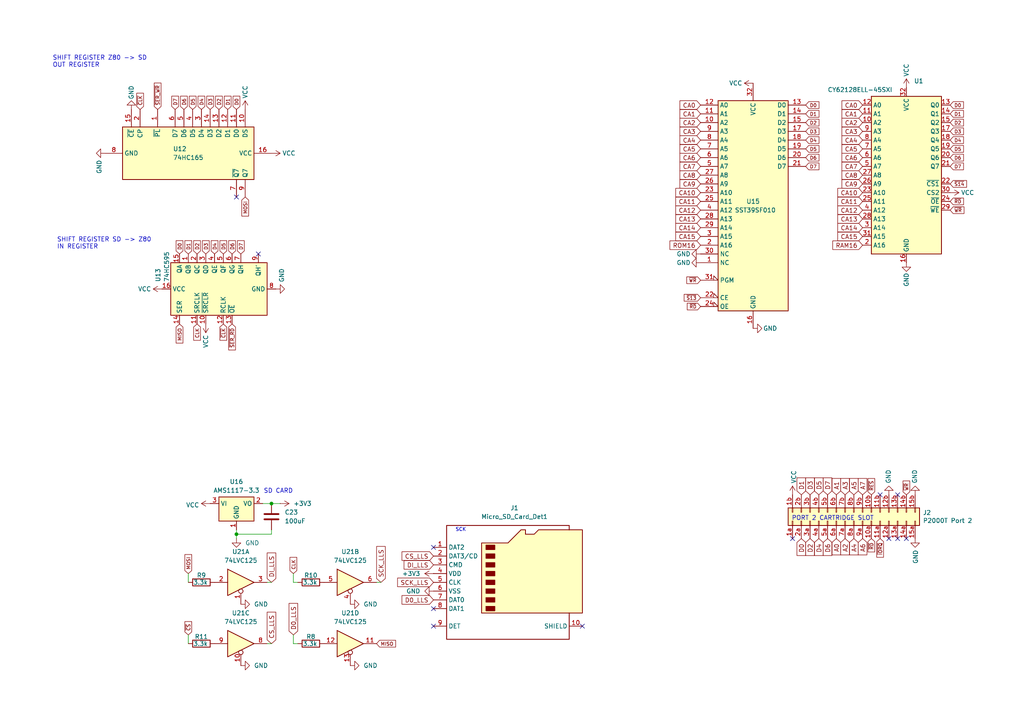
<source format=kicad_sch>
(kicad_sch (version 20250114) (generator "eeschema") (generator_version "9.0")
  (paper "A4")
  (lib_symbols
    (symbol "74xx:74LS165"
      (property "Reference" "U" (at -7.62 19.05 0))
      (property "Value" "74LS165" (at -7.62 -21.59 0))
      (symbol "74LS165_1_0"
        (pin input line (at -12.7 15.24 0) (length 5.08) (name "DS") (number "10"))
        (pin input line (at -12.7 12.7 0) (length 5.08) (name "D0") (number "11"))
        (pin input line (at -12.7 10.16 0) (length 5.08) (name "D1") (number "12"))
        (pin input line (at -12.7 7.62 0) (length 5.08) (name "D2") (number "13"))
        (pin input line (at -12.7 5.08 0) (length 5.08) (name "D3") (number "14"))
        (pin input line (at -12.7 2.54 0) (length 5.08) (name "D4") (number "3"))
        (pin input line (at -12.7 0 0) (length 5.08) (name "D5") (number "4"))
        (pin input line (at -12.7 -2.54 0) (length 5.08) (name "D6") (number "5"))
        (pin input line (at -12.7 -5.08 0) (length 5.08) (name "D7") (number "6"))
        (pin input line (at -12.7 -10.16 0) (length 5.08) (name "~{PL}") (number "1"))
        (pin input line (at -12.7 -15.24 0) (length 5.08) (name "CP") (number "2"))
        (pin input line (at -12.7 -17.78 0) (length 5.08) (name "~{CE}") (number "15"))
        (pin power_in line (at 0 22.86 270) (length 5.08) (name "VCC") (number "16"))
        (pin power_in line (at 0 -25.4 90) (length 5.08) (name "GND") (number "8"))
        (pin output line (at 12.7 15.24 180) (length 5.08) (name "Q7") (number "9"))
        (pin output line (at 12.7 12.7 180) (length 5.08) (name "~{Q7}") (number "7"))
      )
      (symbol "74LS165_1_1"
        (rectangle (start -7.62 17.78) (end 7.62 -20.32) (stroke (width 0.254)) (fill (type background)))
      )
    )
    (symbol "74xx:74LS595"
      (property "Reference" "U" (at -7.62 13.97 0))
      (property "Value" "74LS595" (at -7.62 -16.51 0))
      (symbol "74LS595_1_0"
        (pin input line (at -10.16 10.16 0) (length 2.54) (name "SER") (number "14"))
        (pin input line (at -10.16 5.08 0) (length 2.54) (name "SRCLK") (number "11"))
        (pin input line (at -10.16 2.54 0) (length 2.54) (name "~{SRCLR}") (number "10"))
        (pin input line (at -10.16 -2.54 0) (length 2.54) (name "RCLK") (number "12"))
        (pin input line (at -10.16 -5.08 0) (length 2.54) (name "~{OE}") (number "13"))
        (pin power_in line (at 0 15.24 270) (length 2.54) (name "VCC") (number "16"))
        (pin power_in line (at 0 -17.78 90) (length 2.54) (name "GND") (number "8"))
        (pin tri_state line (at 10.16 10.16 180) (length 2.54) (name "QA") (number "15"))
        (pin tri_state line (at 10.16 7.62 180) (length 2.54) (name "QB") (number "1"))
        (pin tri_state line (at 10.16 5.08 180) (length 2.54) (name "QC") (number "2"))
        (pin tri_state line (at 10.16 2.54 180) (length 2.54) (name "QD") (number "3"))
        (pin tri_state line (at 10.16 0 180) (length 2.54) (name "QE") (number "4"))
        (pin tri_state line (at 10.16 -2.54 180) (length 2.54) (name "QF") (number "5"))
        (pin tri_state line (at 10.16 -5.08 180) (length 2.54) (name "QG") (number "6"))
        (pin tri_state line (at 10.16 -7.62 180) (length 2.54) (name "QH") (number "7"))
        (pin output line (at 10.16 -12.7 180) (length 2.54) (name "QH'") (number "9"))
      )
      (symbol "74LS595_1_1"
        (rectangle (start -7.62 12.7) (end 7.62 -15.24) (stroke (width 0.254)) (fill (type background)))
      )
    )
    (symbol "74xx:74LVC125" (pin_names (offset 1.016))
      (property "Reference" "U" (at 0 1.27 0))
      (property "Value" "74LVC125" (at 0 -1.27 0))
      (symbol "74LVC125_1_0"
        (polyline (pts (xy -3.81 3.81) (xy -3.81 -3.81) (xy 3.81 0) (xy -3.81 3.81)) (stroke (width 0.254)) (fill (type background)))
        (pin input line (at -7.62 0 0) (length 3.81) (name "~") (number "2"))
        (pin input inverted (at 0 -6.35 90) (length 4.445) (name "~") (number "1"))
        (pin tri_state line (at 7.62 0 180) (length 3.81) (name "~") (number "3"))
      )
      (symbol "74LVC125_2_0"
        (polyline (pts (xy -3.81 3.81) (xy -3.81 -3.81) (xy 3.81 0) (xy -3.81 3.81)) (stroke (width 0.254)) (fill (type background)))
        (pin input line (at -7.62 0 0) (length 3.81) (name "~") (number "5"))
        (pin input inverted (at 0 -6.35 90) (length 4.445) (name "~") (number "4"))
        (pin tri_state line (at 7.62 0 180) (length 3.81) (name "~") (number "6"))
      )
      (symbol "74LVC125_3_0"
        (polyline (pts (xy -3.81 3.81) (xy -3.81 -3.81) (xy 3.81 0) (xy -3.81 3.81)) (stroke (width 0.254)) (fill (type background)))
        (pin input line (at -7.62 0 0) (length 3.81) (name "~") (number "9"))
        (pin input inverted (at 0 -6.35 90) (length 4.445) (name "~") (number "10"))
        (pin tri_state line (at 7.62 0 180) (length 3.81) (name "~") (number "8"))
      )
      (symbol "74LVC125_4_0"
        (polyline (pts (xy -3.81 3.81) (xy -3.81 -3.81) (xy 3.81 0) (xy -3.81 3.81)) (stroke (width 0.254)) (fill (type background)))
        (pin input line (at -7.62 0 0) (length 3.81) (name "~") (number "12"))
        (pin input inverted (at 0 -6.35 90) (length 4.445) (name "~") (number "13"))
        (pin tri_state line (at 7.62 0 180) (length 3.81) (name "~") (number "11"))
      )
      (symbol "74LVC125_5_0"
        (pin power_in line (at 0 12.7 270) (length 5.08) (name "VCC") (number "14"))
        (pin power_in line (at 0 -12.7 90) (length 5.08) (name "GND") (number "7"))
      )
      (symbol "74LVC125_5_1"
        (rectangle (start -5.08 7.62) (end 5.08 -7.62) (stroke (width 0.254)) (fill (type background)))
      )
    )
    (symbol "Connector:Micro_SD_Card_Det1"
      (property "Reference" "J" (at -16.51 17.78 0))
      (property "Value" "Micro_SD_Card_Det1" (at 16.51 17.78 0))
      (symbol "Micro_SD_Card_Det1_0_1"
        (polyline (pts (xy -8.89 -8.89) (xy -8.89 11.43) (xy -1.27 11.43) (xy 2.54 15.24) (xy 3.81 15.24) (xy 3.81 13.97) (xy 6.35 13.97) (xy 7.62 15.24) (xy 20.32 15.24) (xy 20.32 -8.89) (xy -8.89 -8.89)) (stroke (width 0.254)) (fill (type background)))
        (rectangle (start -7.62 10.795) (end -5.08 9.525) (stroke (width 0.254)) (fill (type outline)))
        (rectangle (start -7.62 8.255) (end -5.08 6.985) (stroke (width 0.254)) (fill (type outline)))
        (rectangle (start -7.62 5.715) (end -5.08 4.445) (stroke (width 0.254)) (fill (type outline)))
        (rectangle (start -7.62 3.175) (end -5.08 1.905) (stroke (width 0.254)) (fill (type outline)))
        (rectangle (start -7.62 0.635) (end -5.08 -0.635) (stroke (width 0.254)) (fill (type outline)))
        (rectangle (start -7.62 -1.905) (end -5.08 -3.175) (stroke (width 0.254)) (fill (type outline)))
        (rectangle (start -7.62 -4.445) (end -5.08 -5.715) (stroke (width 0.254)) (fill (type outline)))
        (rectangle (start -7.62 -6.985) (end -5.08 -8.255) (stroke (width 0.254)) (fill (type outline)))
        (polyline (pts (xy 16.51 15.24) (xy 16.51 16.51) (xy -19.05 16.51) (xy -19.05 -16.51) (xy 16.51 -16.51) (xy 16.51 -8.89)) (stroke (width 0.254)))
      )
      (symbol "Micro_SD_Card_Det1_1_1"
        (pin bidirectional line (at -22.86 10.16 0) (length 3.81) (name "DAT2") (number "1"))
        (pin bidirectional line (at -22.86 7.62 0) (length 3.81) (name "DAT3/CD") (number "2"))
        (pin input line (at -22.86 5.08 0) (length 3.81) (name "CMD") (number "3"))
        (pin power_in line (at -22.86 2.54 0) (length 3.81) (name "VDD") (number "4"))
        (pin input line (at -22.86 0 0) (length 3.81) (name "CLK") (number "5"))
        (pin power_in line (at -22.86 -2.54 0) (length 3.81) (name "VSS") (number "6"))
        (pin bidirectional line (at -22.86 -5.08 0) (length 3.81) (name "DAT0") (number "7"))
        (pin bidirectional line (at -22.86 -7.62 0) (length 3.81) (name "DAT1") (number "8"))
        (pin passive line (at -22.86 -12.7 0) (length 3.81) (name "DET") (number "9"))
        (pin passive line (at 20.32 -12.7 180) (length 3.81) (name "SHIELD") (number "10"))
      )
    )
    (symbol "Connector_Generic:Conn_02x15_Row_Letter_Last" (pin_names (offset 1.016) (hide yes))
      (property "Reference" "J" (at 1.27 20.32 0))
      (property "Value" "Conn_02x15_Row_Letter_Last" (at 1.27 -20.32 0))
      (symbol "Conn_02x15_Row_Letter_Last_1_1"
        (rectangle (start -1.27 19.05) (end 3.81 -19.05) (stroke (width 0.254)) (fill (type background)))
        (rectangle (start -1.27 17.907) (end 0 17.653) (stroke (width 0.1524)))
        (rectangle (start -1.27 15.367) (end 0 15.113) (stroke (width 0.1524)))
        (rectangle (start -1.27 12.827) (end 0 12.573) (stroke (width 0.1524)))
        (rectangle (start -1.27 10.287) (end 0 10.033) (stroke (width 0.1524)))
        (rectangle (start -1.27 7.747) (end 0 7.493) (stroke (width 0.1524)))
        (rectangle (start -1.27 5.207) (end 0 4.953) (stroke (width 0.1524)))
        (rectangle (start -1.27 2.667) (end 0 2.413) (stroke (width 0.1524)))
        (rectangle (start -1.27 0.127) (end 0 -0.127) (stroke (width 0.1524)))
        (rectangle (start -1.27 -2.413) (end 0 -2.667) (stroke (width 0.1524)))
        (rectangle (start -1.27 -4.953) (end 0 -5.207) (stroke (width 0.1524)))
        (rectangle (start -1.27 -7.493) (end 0 -7.747) (stroke (width 0.1524)))
        (rectangle (start -1.27 -10.033) (end 0 -10.287) (stroke (width 0.1524)))
        (rectangle (start -1.27 -12.573) (end 0 -12.827) (stroke (width 0.1524)))
        (rectangle (start -1.27 -15.113) (end 0 -15.367) (stroke (width 0.1524)))
        (rectangle (start -1.27 -17.653) (end 0 -17.907) (stroke (width 0.1524)))
        (rectangle (start 3.81 17.907) (end 2.54 17.653) (stroke (width 0.1524)))
        (rectangle (start 3.81 15.367) (end 2.54 15.113) (stroke (width 0.1524)))
        (rectangle (start 3.81 12.827) (end 2.54 12.573) (stroke (width 0.1524)))
        (rectangle (start 3.81 10.287) (end 2.54 10.033) (stroke (width 0.1524)))
        (rectangle (start 3.81 7.747) (end 2.54 7.493) (stroke (width 0.1524)))
        (rectangle (start 3.81 5.207) (end 2.54 4.953) (stroke (width 0.1524)))
        (rectangle (start 3.81 2.667) (end 2.54 2.413) (stroke (width 0.1524)))
        (rectangle (start 3.81 0.127) (end 2.54 -0.127) (stroke (width 0.1524)))
        (rectangle (start 3.81 -2.413) (end 2.54 -2.667) (stroke (width 0.1524)))
        (rectangle (start 3.81 -4.953) (end 2.54 -5.207) (stroke (width 0.1524)))
        (rectangle (start 3.81 -7.493) (end 2.54 -7.747) (stroke (width 0.1524)))
        (rectangle (start 3.81 -10.033) (end 2.54 -10.287) (stroke (width 0.1524)))
        (rectangle (start 3.81 -12.573) (end 2.54 -12.827) (stroke (width 0.1524)))
        (rectangle (start 3.81 -15.113) (end 2.54 -15.367) (stroke (width 0.1524)))
        (rectangle (start 3.81 -17.653) (end 2.54 -17.907) (stroke (width 0.1524)))
        (pin passive line (at -5.08 17.78 0) (length 3.81) (name "Pin_1a") (number "1a"))
        (pin passive line (at -5.08 15.24 0) (length 3.81) (name "Pin_2a") (number "2a"))
        (pin passive line (at -5.08 12.7 0) (length 3.81) (name "Pin_3a") (number "3a"))
        (pin passive line (at -5.08 10.16 0) (length 3.81) (name "Pin_4a") (number "4a"))
        (pin passive line (at -5.08 7.62 0) (length 3.81) (name "Pin_5a") (number "5a"))
        (pin passive line (at -5.08 5.08 0) (length 3.81) (name "Pin_6a") (number "6a"))
        (pin passive line (at -5.08 2.54 0) (length 3.81) (name "Pin_7a") (number "7a"))
        (pin passive line (at -5.08 0 0) (length 3.81) (name "Pin_8a") (number "8a"))
        (pin passive line (at -5.08 -2.54 0) (length 3.81) (name "Pin_9a") (number "9a"))
        (pin passive line (at -5.08 -5.08 0) (length 3.81) (name "Pin_10a") (number "10a"))
        (pin passive line (at -5.08 -7.62 0) (length 3.81) (name "Pin_11a") (number "11a"))
        (pin passive line (at -5.08 -10.16 0) (length 3.81) (name "Pin_12a") (number "12a"))
        (pin passive line (at -5.08 -12.7 0) (length 3.81) (name "Pin_13a") (number "13a"))
        (pin passive line (at -5.08 -15.24 0) (length 3.81) (name "Pin_14a") (number "14a"))
        (pin passive line (at -5.08 -17.78 0) (length 3.81) (name "Pin_15a") (number "15a"))
        (pin passive line (at 7.62 17.78 180) (length 3.81) (name "Pin_1b") (number "1b"))
        (pin passive line (at 7.62 15.24 180) (length 3.81) (name "Pin_2b") (number "2b"))
        (pin passive line (at 7.62 12.7 180) (length 3.81) (name "Pin_3b") (number "3b"))
        (pin passive line (at 7.62 10.16 180) (length 3.81) (name "Pin_4b") (number "4b"))
        (pin passive line (at 7.62 7.62 180) (length 3.81) (name "Pin_5b") (number "5b"))
        (pin passive line (at 7.62 5.08 180) (length 3.81) (name "Pin_6b") (number "6b"))
        (pin passive line (at 7.62 2.54 180) (length 3.81) (name "Pin_7b") (number "7b"))
        (pin passive line (at 7.62 0 180) (length 3.81) (name "Pin_8b") (number "8b"))
        (pin passive line (at 7.62 -2.54 180) (length 3.81) (name "Pin_9b") (number "9b"))
        (pin passive line (at 7.62 -5.08 180) (length 3.81) (name "Pin_10b") (number "10b"))
        (pin passive line (at 7.62 -7.62 180) (length 3.81) (name "Pin_11b") (number "11b"))
        (pin passive line (at 7.62 -10.16 180) (length 3.81) (name "Pin_12b") (number "12b"))
        (pin passive line (at 7.62 -12.7 180) (length 3.81) (name "Pin_13b") (number "13b"))
        (pin passive line (at 7.62 -15.24 180) (length 3.81) (name "Pin_14b") (number "14b"))
        (pin passive line (at 7.62 -17.78 180) (length 3.81) (name "Pin_15b") (number "15b"))
      )
    )
    (symbol "Device:C" (pin_numbers (hide yes)) (pin_names (offset 0.254))
      (property "Reference" "C" (at 0.635 2.54 0))
      (property "Value" "C" (at 0.635 -2.54 0))
      (symbol "C_0_1"
        (polyline (pts (xy -2.032 0.762) (xy 2.032 0.762)) (stroke (width 0.508)))
        (polyline (pts (xy -2.032 -0.762) (xy 2.032 -0.762)) (stroke (width 0.508)))
      )
      (symbol "C_1_1"
        (pin passive line (at 0 3.81 270) (length 2.794) (name "~") (number "1"))
        (pin passive line (at 0 -3.81 90) (length 2.794) (name "~") (number "2"))
      )
    )
    (symbol "Device:R" (pin_numbers (hide yes)) (pin_names (offset 0))
      (property "Reference" "R" (at 2.032 0 90))
      (property "Value" "R" (at 0 0 90))
      (symbol "R_0_1"
        (rectangle (start -1.016 -2.54) (end 1.016 2.54) (stroke (width 0.254)))
      )
      (symbol "R_1_1"
        (pin passive line (at 0 3.81 270) (length 1.27) (name "~") (number "1"))
        (pin passive line (at 0 -3.81 90) (length 1.27) (name "~") (number "2"))
      )
    )
    (symbol "Memory_Flash:SST39SF010"
      (property "Reference" "U" (at 2.54 33.02 0))
      (property "Value" "SST39SF010" (at 0 -30.48 0))
      (symbol "SST39SF010_0_0"
        (pin power_in line (at 0 36.83 270) (length 5.08) (name "VCC") (number "32"))
        (pin power_in line (at 0 -34.29 90) (length 5.08) (name "GND") (number "16"))
      )
      (symbol "SST39SF010_0_1"
        (rectangle (start -10.16 31.75) (end 10.16 -29.21) (stroke (width 0.254)) (fill (type background)))
      )
      (symbol "SST39SF010_1_1"
        (pin input line (at -15.24 30.48 0) (length 5.08) (name "A0") (number "12"))
        (pin input line (at -15.24 27.94 0) (length 5.08) (name "A1") (number "11"))
        (pin input line (at -15.24 25.4 0) (length 5.08) (name "A2") (number "10"))
        (pin input line (at -15.24 22.86 0) (length 5.08) (name "A3") (number "9"))
        (pin input line (at -15.24 20.32 0) (length 5.08) (name "A4") (number "8"))
        (pin input line (at -15.24 17.78 0) (length 5.08) (name "A5") (number "7"))
        (pin input line (at -15.24 15.24 0) (length 5.08) (name "A6") (number "6"))
        (pin input line (at -15.24 12.7 0) (length 5.08) (name "A7") (number "5"))
        (pin input line (at -15.24 10.16 0) (length 5.08) (name "A8") (number "27"))
        (pin input line (at -15.24 7.62 0) (length 5.08) (name "A9") (number "26"))
        (pin input line (at -15.24 5.08 0) (length 5.08) (name "A10") (number "23"))
        (pin input line (at -15.24 2.54 0) (length 5.08) (name "A11") (number "25"))
        (pin input line (at -15.24 0 0) (length 5.08) (name "A12") (number "4"))
        (pin input line (at -15.24 -2.54 0) (length 5.08) (name "A13") (number "28"))
        (pin input line (at -15.24 -5.08 0) (length 5.08) (name "A14") (number "29"))
        (pin input line (at -15.24 -7.62 0) (length 5.08) (name "A15") (number "3"))
        (pin input line (at -15.24 -10.16 0) (length 5.08) (name "A16") (number "2"))
        (pin input line (at -15.24 -12.7 0) (length 5.08) (name "NC") (number "30"))
        (pin input line (at -15.24 -15.24 0) (length 5.08) (name "NC") (number "1"))
        (pin input input_low (at -15.24 -20.32 0) (length 5.08) (name "PGM") (number "31"))
        (pin input input_low (at -15.24 -25.4 0) (length 5.08) (name "CE") (number "22"))
        (pin input input_low (at -15.24 -27.94 0) (length 5.08) (name "OE") (number "24"))
        (pin tri_state line (at 15.24 30.48 180) (length 5.08) (name "D0") (number "13"))
        (pin tri_state line (at 15.24 27.94 180) (length 5.08) (name "D1") (number "14"))
        (pin tri_state line (at 15.24 25.4 180) (length 5.08) (name "D2") (number "15"))
        (pin tri_state line (at 15.24 22.86 180) (length 5.08) (name "D3") (number "17"))
        (pin tri_state line (at 15.24 20.32 180) (length 5.08) (name "D4") (number "18"))
        (pin tri_state line (at 15.24 17.78 180) (length 5.08) (name "D5") (number "19"))
        (pin tri_state line (at 15.24 15.24 180) (length 5.08) (name "D6") (number "20"))
        (pin tri_state line (at 15.24 12.7 180) (length 5.08) (name "D7") (number "21"))
      )
    )
    (symbol "Memory_RAM:628128_DIP32_SSOP32"
      (property "Reference" "U" (at -10.16 23.495 0))
      (property "Value" "628128_DIP32_SSOP32" (at 2.54 23.495 0))
      (symbol "628128_DIP32_SSOP32_0_0"
        (pin power_in line (at 0 25.4 270) (length 2.54) (name "VCC") (number "32"))
        (pin power_in line (at 0 -25.4 90) (length 2.54) (name "GND") (number "16"))
      )
      (symbol "628128_DIP32_SSOP32_0_1"
        (rectangle (start -10.16 22.86) (end 10.16 -22.86) (stroke (width 0.254)) (fill (type background)))
      )
      (symbol "628128_DIP32_SSOP32_1_1"
        (pin input line (at -12.7 20.32 0) (length 2.54) (name "A0") (number "12"))
        (pin input line (at -12.7 17.78 0) (length 2.54) (name "A1") (number "11"))
        (pin input line (at -12.7 15.24 0) (length 2.54) (name "A2") (number "10"))
        (pin input line (at -12.7 12.7 0) (length 2.54) (name "A3") (number "9"))
        (pin input line (at -12.7 10.16 0) (length 2.54) (name "A4") (number "8"))
        (pin input line (at -12.7 7.62 0) (length 2.54) (name "A5") (number "7"))
        (pin input line (at -12.7 5.08 0) (length 2.54) (name "A6") (number "6"))
        (pin input line (at -12.7 2.54 0) (length 2.54) (name "A7") (number "5"))
        (pin input line (at -12.7 0 0) (length 2.54) (name "A8") (number "27"))
        (pin input line (at -12.7 -2.54 0) (length 2.54) (name "A9") (number "26"))
        (pin input line (at -12.7 -5.08 0) (length 2.54) (name "A10") (number "23"))
        (pin input line (at -12.7 -7.62 0) (length 2.54) (name "A11") (number "25"))
        (pin input line (at -12.7 -10.16 0) (length 2.54) (name "A12") (number "4"))
        (pin input line (at -12.7 -12.7 0) (length 2.54) (name "A13") (number "28"))
        (pin input line (at -12.7 -15.24 0) (length 2.54) (name "A14") (number "3"))
        (pin input line (at -12.7 -17.78 0) (length 2.54) (name "A15") (number "31"))
        (pin input line (at -12.7 -20.32 0) (length 2.54) (name "A16") (number "2"))
        (pin no_connect line (at 10.16 -20.32 180) (length 2.54) (hide yes) (name "NC") (number "1"))
        (pin tri_state line (at 12.7 20.32 180) (length 2.54) (name "Q0") (number "13"))
        (pin tri_state line (at 12.7 17.78 180) (length 2.54) (name "Q1") (number "14"))
        (pin tri_state line (at 12.7 15.24 180) (length 2.54) (name "Q2") (number "15"))
        (pin tri_state line (at 12.7 12.7 180) (length 2.54) (name "Q3") (number "17"))
        (pin tri_state line (at 12.7 10.16 180) (length 2.54) (name "Q4") (number "18"))
        (pin tri_state line (at 12.7 7.62 180) (length 2.54) (name "Q5") (number "19"))
        (pin tri_state line (at 12.7 5.08 180) (length 2.54) (name "Q6") (number "20"))
        (pin tri_state line (at 12.7 2.54 180) (length 2.54) (name "Q7") (number "21"))
        (pin input line (at 12.7 -2.54 180) (length 2.54) (name "~{CS1}") (number "22"))
        (pin input line (at 12.7 -5.08 180) (length 2.54) (name "CS2") (number "30"))
        (pin input line (at 12.7 -7.62 180) (length 2.54) (name "~{OE}") (number "24"))
        (pin input line (at 12.7 -10.16 180) (length 2.54) (name "~{WE}") (number "29"))
      )
    )
    (symbol "Regulator_Linear:AMS1117-3.3"
      (property "Reference" "U" (at -3.81 3.175 0))
      (property "Value" "AMS1117-3.3" (at 0 3.175 0))
      (symbol "AMS1117-3.3_0_1"
        (rectangle (start -5.08 -5.08) (end 5.08 1.905) (stroke (width 0.254)) (fill (type background)))
      )
      (symbol "AMS1117-3.3_1_1"
        (pin power_in line (at -7.62 0 0) (length 2.54) (name "VI") (number "3"))
        (pin power_in line (at 0 -7.62 90) (length 2.54) (name "GND") (number "1"))
        (pin power_out line (at 7.62 0 180) (length 2.54) (name "VO") (number "2"))
      )
    )
    (symbol "power:+3V3" (power) (pin_numbers (hide yes)) (pin_names (offset 0) (hide yes))
      (property "Value" "+3V3" (at 0 3.556 0))
      (symbol "+3V3_0_1"
        (polyline (pts (xy -0.762 1.27) (xy 0 2.54)))
        (polyline (pts (xy 0 2.54) (xy 0.762 1.27)))
        (polyline (pts (xy 0 0) (xy 0 2.54)))
      )
      (symbol "+3V3_1_1"
        (pin power_in line (at 0 0 90) (length 0) (name "~") (number "1"))
      )
    )
    (symbol "power:GND" (power) (pin_names (offset 0))
      (property "Value" "GND" (at 0 -3.81 0))
      (symbol "GND_0_1"
        (polyline (pts (xy 0 0) (xy 0 -1.27) (xy 1.27 -1.27) (xy 0 -2.54) (xy -1.27 -1.27) (xy 0 -1.27)))
      )
      (symbol "GND_1_1"
        (pin power_in line (at 0 0 270) (length 0) (hide yes) (name "GND") (number "1"))
      )
    )
    (symbol "power:VCC" (power) (pin_names (offset 0))
      (property "Value" "VCC" (at 0 3.81 0))
      (symbol "VCC_0_1"
        (polyline (pts (xy -0.762 1.27) (xy 0 2.54)))
        (polyline (pts (xy 0 2.54) (xy 0.762 1.27)))
        (polyline (pts (xy 0 0) (xy 0 2.54)))
      )
      (symbol "VCC_1_1"
        (pin power_in line (at 0 0 90) (length 0) (hide yes) (name "VCC") (number "1"))
      )
    )
  )
  (text "SHIFT REGISTER Z80 -> SD\nOUT REGISTER" (at 15.24 19.685 0) (effects (font (size 1.27 1.27)) (justify left bottom)))
  (text "PORT 2 CARTRIDGE SLOT" (at 229.616 151.13 0) (effects (font (size 1.27 1.27)) (justify left bottom)))
  (text "SCK" (at 132.08 154.305 0) (effects (font (size 1 1)) (justify left bottom)))
  (text "SHIFT REGISTER SD -> Z80\nIN REGISTER" (at 16.51 72.39 0) (effects (font (size 1.27 1.27)) (justify left bottom)))
  (text "SD CARD" (at 76.454 143.256 0) (effects (font (size 1.27 1.27)) (justify left bottom)))
  (junction (at 78.74 146.05))
  (junction (at 68.58 154.94))
  (no_connect (at 262.89 156.21))
  (no_connect (at 255.27 143.51))
  (no_connect (at 168.91 181.61))
  (no_connect (at 260.35 143.51))
  (no_connect (at 74.93 73.66))
  (no_connect (at 68.58 57.15))
  (no_connect (at 229.87 156.21))
  (no_connect (at 260.35 156.21))
  (no_connect (at 125.73 158.75))
  (no_connect (at 125.73 181.61))
  (no_connect (at 125.73 176.53))
  (no_connect (at 257.81 156.21))
  (wire (pts (xy 78.74 186.69) (xy 77.47 186.69)))
  (wire (pts (xy 78.74 168.91) (xy 77.47 168.91)))
  (wire (pts (xy 78.74 154.94) (xy 78.74 153.67)))
  (wire (pts (xy 85.09 186.69) (xy 86.36 186.69)))
  (wire (pts (xy 68.58 154.94) (xy 68.58 156.21)))
  (wire (pts (xy 85.09 168.91) (xy 86.36 168.91)))
  (wire (pts (xy 54.61 166.37) (xy 54.61 168.91)))
  (wire (pts (xy 54.61 184.15) (xy 54.61 186.69)))
  (wire (pts (xy 76.2 146.05) (xy 78.74 146.05)))
  (wire (pts (xy 85.09 186.69) (xy 85.09 184.15)))
  (wire (pts (xy 68.58 153.67) (xy 68.58 154.94)))
  (wire (pts (xy 110.49 168.91) (xy 109.22 168.91)))
  (wire (pts (xy 85.09 168.91) (xy 85.09 166.37)))
  (wire (pts (xy 78.74 146.05) (xy 81.28 146.05)))
  (wire (pts (xy 68.58 154.94) (xy 78.74 154.94)))
  (global_label "D1" (shape input) (at 54.61 73.66 90) (effects (font (size 1 1))) (property "Intersheetrefs" "${INTERSHEET_REFS}" (effects (hide yes))))
  (global_label "ROM16" (shape input) (at 203.2 71.12 180) (property "Intersheetrefs" "${INTERSHEET_REFS}" (effects (hide yes))))
  (global_label "CA1" (shape input) (at 203.2 33.02 180) (property "Intersheetrefs" "${INTERSHEET_REFS}" (effects (hide yes))))
  (global_label "CA8" (shape input) (at 203.2 50.8 180) (property "Intersheetrefs" "${INTERSHEET_REFS}" (effects (hide yes))))
  (global_label "~{SER_RD}" (shape input) (at 67.31 93.98 270) (effects (font (size 1 1))) (property "Intersheetrefs" "${INTERSHEET_REFS}" (effects (hide yes))))
  (global_label "~{CLK}" (shape input) (at 40.64 31.75 90) (effects (font (size 1 1))) (property "Intersheetrefs" "${INTERSHEET_REFS}" (effects (hide yes))))
  (global_label "CA14" (shape input) (at 203.2 66.04 180) (property "Intersheetrefs" "${INTERSHEET_REFS}" (effects (hide yes))))
  (global_label "CA9" (shape input) (at 203.2 53.34 180) (property "Intersheetrefs" "${INTERSHEET_REFS}" (effects (hide yes))))
  (global_label "D6" (shape input) (at 233.68 45.72 0) (effects (font (size 1 1))) (property "Intersheetrefs" "${INTERSHEET_REFS}" (effects (hide yes))))
  (global_label "CA14" (shape input) (at 250.19 66.04 180) (property "Intersheetrefs" "${INTERSHEET_REFS}" (effects (hide yes))))
  (global_label "CA7" (shape input) (at 203.2 48.26 180) (property "Intersheetrefs" "${INTERSHEET_REFS}" (effects (hide yes))))
  (global_label "MOSI" (shape input) (at 71.12 57.15 270) (effects (font (size 1 1))) (property "Intersheetrefs" "${INTERSHEET_REFS}" (effects (hide yes))))
  (global_label "D0_LLS" (shape input) (at 85.09 184.15 90) (property "Intersheetrefs" "${INTERSHEET_REFS}" (effects (hide yes))))
  (global_label "CA9" (shape input) (at 250.19 53.34 180) (property "Intersheetrefs" "${INTERSHEET_REFS}" (effects (hide yes))))
  (global_label "CA3" (shape input) (at 203.2 38.1 180) (property "Intersheetrefs" "${INTERSHEET_REFS}" (effects (hide yes))))
  (global_label "CA7" (shape input) (at 250.19 48.26 180) (property "Intersheetrefs" "${INTERSHEET_REFS}" (effects (hide yes))))
  (global_label "CA6" (shape input) (at 250.19 45.72 180) (property "Intersheetrefs" "${INTERSHEET_REFS}" (effects (hide yes))))
  (global_label "CA4" (shape input) (at 203.2 40.64 180) (property "Intersheetrefs" "${INTERSHEET_REFS}" (effects (hide yes))))
  (global_label "D3" (shape input) (at 233.68 38.1 0) (effects (font (size 1 1))) (property "Intersheetrefs" "${INTERSHEET_REFS}" (effects (hide yes))))
  (global_label "D7" (shape input) (at 233.68 48.26 0) (effects (font (size 1 1))) (property "Intersheetrefs" "${INTERSHEET_REFS}" (effects (hide yes))))
  (global_label "~{RD}" (shape input) (at 203.2 88.9 180) (effects (font (size 0.9906 0.9906))) (property "Intersheetrefs" "${INTERSHEET_REFS}" (effects (hide yes))))
  (global_label "~{CS}" (shape input) (at 54.61 184.15 90) (effects (font (size 1 1))) (property "Intersheetrefs" "${INTERSHEET_REFS}" (effects (hide yes))))
  (global_label "D0" (shape input) (at 275.59 30.48 0) (effects (font (size 1 1))) (property "Intersheetrefs" "${INTERSHEET_REFS}" (effects (hide yes))))
  (global_label "~{S14}" (shape input) (at 275.59 53.34 0) (effects (font (size 1 1))) (property "Intersheetrefs" "${INTERSHEET_REFS}" (effects (hide yes))))
  (global_label "MOSI" (shape input) (at 54.61 166.37 90) (effects (font (size 1 1))) (property "Intersheetrefs" "${INTERSHEET_REFS}" (effects (hide yes))))
  (global_label "D4" (shape input) (at 233.68 40.64 0) (effects (font (size 1 1))) (property "Intersheetrefs" "${INTERSHEET_REFS}" (effects (hide yes))))
  (global_label "D4" (shape input) (at 275.59 40.64 0) (effects (font (size 1 1))) (property "Intersheetrefs" "${INTERSHEET_REFS}" (effects (hide yes))))
  (global_label "RAM16" (shape input) (at 250.19 71.12 180) (property "Intersheetrefs" "${INTERSHEET_REFS}" (effects (hide yes))))
  (global_label "D7" (shape input) (at 275.59 48.26 0) (effects (font (size 1 1))) (property "Intersheetrefs" "${INTERSHEET_REFS}" (effects (hide yes))))
  (global_label "MISO" (shape input) (at 52.07 93.98 270) (effects (font (size 1 1))) (property "Intersheetrefs" "${INTERSHEET_REFS}" (effects (hide yes))))
  (global_label "A3" (shape input) (at 245.11 143.51 90) (property "Intersheetrefs" "${INTERSHEET_REFS}" (effects (hide yes))))
  (global_label "D7" (shape input) (at 240.03 143.51 90) (property "Intersheetrefs" "${INTERSHEET_REFS}" (effects (hide yes))))
  (global_label "CA6" (shape input) (at 203.2 45.72 180) (property "Intersheetrefs" "${INTERSHEET_REFS}" (effects (hide yes))))
  (global_label "SCK_LLS" (shape input) (at 110.49 168.91 90) (property "Intersheetrefs" "${INTERSHEET_REFS}" (effects (hide yes))))
  (global_label "CA1" (shape input) (at 250.19 33.02 180) (property "Intersheetrefs" "${INTERSHEET_REFS}" (effects (hide yes))))
  (global_label "~{S13}" (shape input) (at 203.2 86.36 180) (effects (font (size 1 1))) (property "Intersheetrefs" "${INTERSHEET_REFS}" (effects (hide yes))))
  (global_label "D2" (shape input) (at 275.59 35.56 0) (effects (font (size 1 1))) (property "Intersheetrefs" "${INTERSHEET_REFS}" (effects (hide yes))))
  (global_label "D6" (shape input) (at 275.59 45.72 0) (effects (font (size 1 1))) (property "Intersheetrefs" "${INTERSHEET_REFS}" (effects (hide yes))))
  (global_label "D3" (shape input) (at 275.59 38.1 0) (effects (font (size 1 1))) (property "Intersheetrefs" "${INTERSHEET_REFS}" (effects (hide yes))))
  (global_label "CA15" (shape input) (at 250.19 68.58 180) (property "Intersheetrefs" "${INTERSHEET_REFS}" (effects (hide yes))))
  (global_label "CA8" (shape input) (at 250.19 50.8 180) (property "Intersheetrefs" "${INTERSHEET_REFS}" (effects (hide yes))))
  (global_label "D5" (shape input) (at 275.59 43.18 0) (effects (font (size 1 1))) (property "Intersheetrefs" "${INTERSHEET_REFS}" (effects (hide yes))))
  (global_label "MISO" (shape input) (at 109.22 186.69 0) (effects (font (size 1 1))) (property "Intersheetrefs" "${INTERSHEET_REFS}" (effects (hide yes))))
  (global_label "~{RD}" (shape input) (at 252.73 156.21 270) (effects (font (size 0.9906 0.9906))) (property "Intersheetrefs" "${INTERSHEET_REFS}" (effects (hide yes))))
  (global_label "D0" (shape input) (at 232.41 156.21 270) (property "Intersheetrefs" "${INTERSHEET_REFS}" (effects (hide yes))))
  (global_label "CA2" (shape input) (at 250.19 35.56 180) (property "Intersheetrefs" "${INTERSHEET_REFS}" (effects (hide yes))))
  (global_label "SCK_LLS" (shape input) (at 125.73 168.91 180) (property "Intersheetrefs" "${INTERSHEET_REFS}" (effects (hide yes))))
  (global_label "~{RES}" (shape input) (at 252.73 143.51 90) (effects (font (size 0.9906 0.9906))) (property "Intersheetrefs" "${INTERSHEET_REFS}" (effects (hide yes))))
  (global_label "A1" (shape input) (at 242.57 143.51 90) (property "Intersheetrefs" "${INTERSHEET_REFS}" (effects (hide yes))))
  (global_label "D1" (shape input) (at 275.59 33.02 0) (effects (font (size 1 1))) (property "Intersheetrefs" "${INTERSHEET_REFS}" (effects (hide yes))))
  (global_label "D4" (shape input) (at 58.42 31.75 90) (effects (font (size 1 1))) (property "Intersheetrefs" "${INTERSHEET_REFS}" (effects (hide yes))))
  (global_label "D4" (shape input) (at 62.23 73.66 90) (effects (font (size 1 1))) (property "Intersheetrefs" "${INTERSHEET_REFS}" (effects (hide yes))))
  (global_label "D0" (shape input) (at 68.58 31.75 90) (effects (font (size 1 1))) (property "Intersheetrefs" "${INTERSHEET_REFS}" (effects (hide yes))))
  (global_label "CA0" (shape input) (at 203.2 30.48 180) (property "Intersheetrefs" "${INTERSHEET_REFS}" (effects (hide yes))))
  (global_label "D5" (shape input) (at 64.77 73.66 90) (effects (font (size 1 1))) (property "Intersheetrefs" "${INTERSHEET_REFS}" (effects (hide yes))))
  (global_label "A7" (shape input) (at 250.19 143.51 90) (property "Intersheetrefs" "${INTERSHEET_REFS}" (effects (hide yes))))
  (global_label "CA2" (shape input) (at 203.2 35.56 180) (property "Intersheetrefs" "${INTERSHEET_REFS}" (effects (hide yes))))
  (global_label "CA11" (shape input) (at 203.2 58.42 180) (property "Intersheetrefs" "${INTERSHEET_REFS}" (effects (hide yes))))
  (global_label "CA13" (shape input) (at 203.2 63.5 180) (property "Intersheetrefs" "${INTERSHEET_REFS}" (effects (hide yes))))
  (global_label "D1" (shape input) (at 232.41 143.51 90) (property "Intersheetrefs" "${INTERSHEET_REFS}" (effects (hide yes))))
  (global_label "CA5" (shape input) (at 250.19 43.18 180) (property "Intersheetrefs" "${INTERSHEET_REFS}" (effects (hide yes))))
  (global_label "D5" (shape input) (at 55.88 31.75 90) (effects (font (size 1 1))) (property "Intersheetrefs" "${INTERSHEET_REFS}" (effects (hide yes))))
  (global_label "D3" (shape input) (at 59.69 73.66 90) (effects (font (size 1 1))) (property "Intersheetrefs" "${INTERSHEET_REFS}" (effects (hide yes))))
  (global_label "CA12" (shape input) (at 203.2 60.96 180) (property "Intersheetrefs" "${INTERSHEET_REFS}" (effects (hide yes))))
  (global_label "CLK" (shape input) (at 85.09 166.37 90) (effects (font (size 1 1))) (property "Intersheetrefs" "${INTERSHEET_REFS}" (effects (hide yes))))
  (global_label "~{CLK}" (shape input) (at 64.77 93.98 270) (effects (font (size 1 1))) (property "Intersheetrefs" "${INTERSHEET_REFS}" (effects (hide yes))))
  (global_label "D3" (shape input) (at 60.96 31.75 90) (effects (font (size 1 1))) (property "Intersheetrefs" "${INTERSHEET_REFS}" (effects (hide yes))))
  (global_label "DI_LLS" (shape input) (at 125.73 163.83 180) (property "Intersheetrefs" "${INTERSHEET_REFS}" (effects (hide yes))))
  (global_label "~{WR}" (shape input) (at 203.2 81.28 180) (effects (font (size 0.9906 0.9906))) (property "Intersheetrefs" "${INTERSHEET_REFS}" (effects (hide yes))))
  (global_label "CA3" (shape input) (at 250.19 38.1 180) (property "Intersheetrefs" "${INTERSHEET_REFS}" (effects (hide yes))))
  (global_label "CA15" (shape input) (at 203.2 68.58 180) (property "Intersheetrefs" "${INTERSHEET_REFS}" (effects (hide yes))))
  (global_label "D1" (shape input) (at 66.04 31.75 90) (effects (font (size 1 1))) (property "Intersheetrefs" "${INTERSHEET_REFS}" (effects (hide yes))))
  (global_label "D4" (shape input) (at 237.49 156.21 270) (property "Intersheetrefs" "${INTERSHEET_REFS}" (effects (hide yes))))
  (global_label "A0" (shape input) (at 242.57 156.21 270) (property "Intersheetrefs" "${INTERSHEET_REFS}" (effects (hide yes))))
  (global_label "A6" (shape input) (at 250.19 156.21 270) (property "Intersheetrefs" "${INTERSHEET_REFS}" (effects (hide yes))))
  (global_label "DI_LLS" (shape input) (at 78.74 168.91 90) (property "Intersheetrefs" "${INTERSHEET_REFS}" (effects (hide yes))))
  (global_label "D6" (shape input) (at 240.03 156.21 270) (property "Intersheetrefs" "${INTERSHEET_REFS}" (effects (hide yes))))
  (global_label "D6" (shape input) (at 53.34 31.75 90) (effects (font (size 1 1))) (property "Intersheetrefs" "${INTERSHEET_REFS}" (effects (hide yes))))
  (global_label "D2" (shape input) (at 233.68 35.56 0) (effects (font (size 1 1))) (property "Intersheetrefs" "${INTERSHEET_REFS}" (effects (hide yes))))
  (global_label "D0" (shape input) (at 52.07 73.66 90) (effects (font (size 1 1))) (property "Intersheetrefs" "${INTERSHEET_REFS}" (effects (hide yes))))
  (global_label "D5" (shape input) (at 233.68 43.18 0) (effects (font (size 1 1))) (property "Intersheetrefs" "${INTERSHEET_REFS}" (effects (hide yes))))
  (global_label "CS_LLS" (shape input) (at 78.74 186.69 90) (property "Intersheetrefs" "${INTERSHEET_REFS}" (effects (hide yes))))
  (global_label "D1" (shape input) (at 233.68 33.02 0) (effects (font (size 1 1))) (property "Intersheetrefs" "${INTERSHEET_REFS}" (effects (hide yes))))
  (global_label "CS_LLS" (shape input) (at 125.73 161.29 180) (property "Intersheetrefs" "${INTERSHEET_REFS}" (effects (hide yes))))
  (global_label "~{SER_WR}" (shape input) (at 45.72 31.75 90) (effects (font (size 1 1))) (property "Intersheetrefs" "${INTERSHEET_REFS}" (effects (hide yes))))
  (global_label "D0" (shape input) (at 233.68 30.48 0) (effects (font (size 1 1))) (property "Intersheetrefs" "${INTERSHEET_REFS}" (effects (hide yes))))
  (global_label "D5" (shape input) (at 237.49 143.51 90) (property "Intersheetrefs" "${INTERSHEET_REFS}" (effects (hide yes))))
  (global_label "CA10" (shape input) (at 203.2 55.88 180) (property "Intersheetrefs" "${INTERSHEET_REFS}" (effects (hide yes))))
  (global_label "D0_LLS" (shape input) (at 125.73 173.99 180) (property "Intersheetrefs" "${INTERSHEET_REFS}" (effects (hide yes))))
  (global_label "CA12" (shape input) (at 250.19 60.96 180) (property "Intersheetrefs" "${INTERSHEET_REFS}" (effects (hide yes))))
  (global_label "~{WR}" (shape input) (at 262.89 143.51 90) (effects (font (size 0.9906 0.9906))) (property "Intersheetrefs" "${INTERSHEET_REFS}" (effects (hide yes))))
  (global_label "~{WR}" (shape input) (at 275.59 60.96 0) (effects (font (size 0.9906 0.9906))) (property "Intersheetrefs" "${INTERSHEET_REFS}" (effects (hide yes))))
  (global_label "A2" (shape input) (at 245.11 156.21 270) (property "Intersheetrefs" "${INTERSHEET_REFS}" (effects (hide yes))))
  (global_label "D7" (shape input) (at 69.85 73.66 90) (effects (font (size 1 1))) (property "Intersheetrefs" "${INTERSHEET_REFS}" (effects (hide yes))))
  (global_label "D2" (shape input) (at 57.15 73.66 90) (effects (font (size 1 1))) (property "Intersheetrefs" "${INTERSHEET_REFS}" (effects (hide yes))))
  (global_label "CA4" (shape input) (at 250.19 40.64 180) (property "Intersheetrefs" "${INTERSHEET_REFS}" (effects (hide yes))))
  (global_label "CLK" (shape input) (at 57.15 93.98 270) (effects (font (size 1 1))) (property "Intersheetrefs" "${INTERSHEET_REFS}" (effects (hide yes))))
  (global_label "~{RD}" (shape input) (at 275.59 58.42 0) (effects (font (size 0.9906 0.9906))) (property "Intersheetrefs" "${INTERSHEET_REFS}" (effects (hide yes))))
  (global_label "D7" (shape input) (at 50.8 31.75 90) (effects (font (size 1 1))) (property "Intersheetrefs" "${INTERSHEET_REFS}" (effects (hide yes))))
  (global_label "A5" (shape input) (at 247.65 143.51 90) (property "Intersheetrefs" "${INTERSHEET_REFS}" (effects (hide yes))))
  (global_label "~{IORQ}" (shape input) (at 255.27 156.21 270) (effects (font (size 0.9906 0.9906))) (property "Intersheetrefs" "${INTERSHEET_REFS}" (effects (hide yes))))
  (global_label "A4" (shape input) (at 247.65 156.21 270) (property "Intersheetrefs" "${INTERSHEET_REFS}" (effects (hide yes))))
  (global_label "D3" (shape input) (at 234.95 143.51 90) (property "Intersheetrefs" "${INTERSHEET_REFS}" (effects (hide yes))))
  (global_label "D2" (shape input) (at 63.5 31.75 90) (effects (font (size 1 1))) (property "Intersheetrefs" "${INTERSHEET_REFS}" (effects (hide yes))))
  (global_label "D6" (shape input) (at 67.31 73.66 90) (effects (font (size 1 1))) (property "Intersheetrefs" "${INTERSHEET_REFS}" (effects (hide yes))))
  (global_label "CA0" (shape input) (at 250.19 30.48 180) (property "Intersheetrefs" "${INTERSHEET_REFS}" (effects (hide yes))))
  (global_label "CA13" (shape input) (at 250.19 63.5 180) (property "Intersheetrefs" "${INTERSHEET_REFS}" (effects (hide yes))))
  (global_label "CA11" (shape input) (at 250.19 58.42 180) (property "Intersheetrefs" "${INTERSHEET_REFS}" (effects (hide yes))))
  (global_label "CA5" (shape input) (at 203.2 43.18 180) (property "Intersheetrefs" "${INTERSHEET_REFS}" (effects (hide yes))))
  (global_label "CA10" (shape input) (at 250.19 55.88 180) (property "Intersheetrefs" "${INTERSHEET_REFS}" (effects (hide yes))))
  (global_label "D2" (shape input) (at 234.95 156.21 270) (property "Intersheetrefs" "${INTERSHEET_REFS}" (effects (hide yes))))
  (symbol (lib_id "power:VCC") (at 218.44 24.13 90) (unit 1)
    (property "Reference" "#PWR054" (effects (hide yes)))
    (property "Value" "VCC" (at 211.455 24.13 90) (effects (justify right)))
  )
  (symbol (lib_id "power:GND") (at 218.44 95.25 90) (unit 1)
    (property "Reference" "#PWR055" (effects (hide yes)))
    (property "Value" "GND" (at 225.425 95.25 90) (effects (justify left)))
  )
  (symbol (lib_id "power:GND") (at 125.73 171.45 270) (unit 1)
    (property "Reference" "#PWR086" (effects (hide yes)))
    (property "Value" "GND" (at 121.92 171.4499 90) (effects (justify right)))
  )
  (symbol (lib_id "Device:R") (at 58.42 186.69 90) (unit 1)
    (property "Reference" "R11" (at 58.42 184.658 90))
    (property "Value" "3.3k" (at 58.166 186.69 90))
    (property "Footprint" "Resistor_SMD:R_0805_2012Metric_Pad1.20x1.40mm_HandSolder" (effects (hide yes)))
    (property "Description" "Resistor" (effects (hide yes)))
    (property "LCSC Part #" "C407459" (effects (hide yes)))
  )
  (symbol (lib_id "Memory_Flash:SST39SF010") (at 218.44 60.96 0) (unit 1)
    (property "Reference" "U15" (at 218.44 58.42 0))
    (property "Value" "SST39SF010" (at 219.075 60.96 0))
    (property "Footprint" "Package_LCC:PLCC-32_THT-Socket" (effects (hide yes)))
    (property "Datasheet" "http://ww1.microchip.com/downloads/en/DeviceDoc/25022B.pdf" (effects (hide yes)))
  )
  (symbol (lib_id "power:+3V3") (at 125.73 166.37 90) (unit 1)
    (property "Reference" "#PWR085" (effects (hide yes)))
    (property "Value" "+3V3" (at 121.92 166.3699 90) (effects (justify left)))
    (property "Description" "Power symbol creates a global label with name \"+3V3\"" (effects (hide yes)))
  )
  (symbol (lib_id "Connector_Generic:Conn_02x15_Row_Letter_Last") (at 247.65 151.13 90) (unit 1)
    (property "Reference" "J2" (at 267.6652 148.6916 90) (effects (justify right)))
    (property "Value" "P2000T Port 2" (at 267.6652 151.003 90) (effects (justify right)))
    (property "Footprint" "components:p2000t_cartridge_edge" (effects (hide yes)))
  )
  (symbol (lib_id "Connector:Micro_SD_Card_Det1") (at 148.59 168.91 0) (unit 1)
    (property "Reference" "J1" (at 149.225 147.32 0))
    (property "Value" "Micro_SD_Card_Det1" (at 149.225 149.86 0))
    (property "Footprint" "components:CONN9_MSD-1_CUD" (effects (hide yes)))
    (property "Datasheet" "https://datasheet.lcsc.com/lcsc/2110151630_XKB-Connectivity-XKTF-015-N_C381082.pdf" (effects (hide yes)))
    (property "Description" "Micro SD Card Socket with one card detection pin" (effects (hide yes)))
    (property "LCSC Part #" "C381082" (effects (hide yes)))
  )
  (symbol (lib_id "74xx:74LS595") (at 62.23 83.82 90) (unit 1)
    (property "Reference" "U13" (at 45.8302 81.8006 0) (effects (justify left)))
    (property "Value" "74HC595" (at 48.3671 81.8006 0) (effects (justify left)))
    (property "Footprint" "Package_SO:SOIC-16_3.9x9.9mm_P1.27mm" (effects (hide yes)))
    (property "Datasheet" "http://www.ti.com/lit/gpn/sn74ls595" (effects (hide yes)))
    (property "LCSC Part #" "C5947" (effects (hide yes)))
  )
  (symbol (lib_id "power:GND") (at 265.43 143.51 180) (unit 1)
    (property "Reference" "#PWR062" (effects (hide yes)))
    (property "Value" "GND" (at 265.303 140.2588 90) (effects (justify right)))
  )
  (symbol (lib_id "power:GND") (at 30.48 44.45 270) (unit 1)
    (property "Reference" "#PWR030" (effects (hide yes)))
    (property "Value" "GND" (at 28.7762 46.355 0) (effects (justify left)))
  )
  (symbol (lib_id "power:GND") (at 203.2 76.2 270) (unit 1)
    (property "Reference" "#PWR082" (effects (hide yes)))
    (property "Value" "GND" (at 196.215 76.2 90) (effects (justify left)))
  )
  (symbol (lib_id "power:GND") (at 203.2 73.66 270) (unit 1)
    (property "Reference" "#PWR081" (effects (hide yes)))
    (property "Value" "GND" (at 196.215 73.66 90) (effects (justify left)))
  )
  (symbol (lib_id "power:GND") (at 265.43 156.21 0) (unit 1)
    (property "Reference" "#PWR063" (effects (hide yes)))
    (property "Value" "GND" (at 265.557 159.4612 90) (effects (justify right)))
  )
  (symbol (lib_id "power:GND") (at 80.01 83.82 90) (unit 1)
    (property "Reference" "#PWR041" (effects (hide yes)))
    (property "Value" "GND" (at 81.7138 81.915 0) (effects (justify left)))
  )
  (symbol (lib_id "Device:R") (at 90.17 168.91 90) (unit 1)
    (property "Reference" "R10" (at 90.17 166.878 90))
    (property "Value" "3.3k" (at 89.916 168.91 90))
    (property "Footprint" "Resistor_SMD:R_0805_2012Metric_Pad1.20x1.40mm_HandSolder" (effects (hide yes)))
    (property "Description" "Resistor" (effects (hide yes)))
    (property "LCSC Part #" "C407459" (effects (hide yes)))
  )
  (symbol (lib_id "74xx:74LVC125") (at 69.85 186.69 0) (unit 3)
    (property "Reference" "U21" (at 69.85 177.8 0))
    (property "Value" "74LVC125" (at 69.85 180.34 0))
    (property "Footprint" "Package_SO:TSSOP-14_4.4x5mm_P0.65mm" (effects (hide yes)))
    (property "Datasheet" "http://www.ti.com/lit/gpn/sn74LVC125" (effects (hide yes)))
    (property "Description" "Quad buffer 3-State outputs" (effects (hide yes)))
    (property "LCSC Part #" "C7494906" (effects (hide yes)))
  )
  (symbol (lib_id "power:VCC") (at 262.89 25.4 0) (unit 1)
    (property "Reference" "#PWR060" (effects (hide yes)))
    (property "Value" "VCC" (at 262.89 18.415 90) (effects (justify right)))
  )
  (symbol (lib_id "power:VCC") (at 275.59 55.88 270) (unit 1)
    (property "Reference" "#PWR064" (effects (hide yes)))
    (property "Value" "VCC" (at 282.575 55.88 90) (effects (justify right)))
  )
  (symbol (lib_id "power:VCC") (at 59.69 93.98 180) (unit 1)
    (property "Reference" "#PWR034" (effects (hide yes)))
    (property "Value" "VCC" (at 59.69 100.965 90) (effects (justify right)))
  )
  (symbol (lib_id "Device:R") (at 90.17 186.69 90) (unit 1)
    (property "Reference" "R8" (at 90.17 184.658 90))
    (property "Value" "3.3k" (at 89.916 186.69 90))
    (property "Footprint" "Resistor_SMD:R_0805_2012Metric_Pad1.20x1.40mm_HandSolder" (effects (hide yes)))
    (property "Description" "Resistor" (effects (hide yes)))
    (property "LCSC Part #" "C407459" (effects (hide yes)))
  )
  (symbol (lib_id "power:GND") (at 262.89 76.2 0) (unit 1)
    (property "Reference" "#PWR061" (effects (hide yes)))
    (property "Value" "GND" (at 262.89 83.185 90) (effects (justify left)))
  )
  (symbol (lib_id "power:VCC") (at 60.96 146.05 90) (unit 1)
    (property "Reference" "#PWR083" (effects (hide yes)))
    (property "Value" "VCC" (at 57.785 146.4838 90) (effects (justify left)))
  )
  (symbol (lib_id "power:GND") (at 101.6 193.04 90) (unit 1)
    (property "Reference" "#PWR091" (effects (hide yes)))
    (property "Value" "GND" (at 105.41 193.0399 90) (effects (justify right)))
  )
  (symbol (lib_id "power:GND") (at 68.58 156.21 0) (unit 1)
    (property "Reference" "#PWR050" (effects (hide yes)))
    (property "Value" "GND" (at 71.12 157.4799 0) (effects (justify left)))
  )
  (symbol (lib_id "power:GND") (at 69.85 175.26 90) (unit 1)
    (property "Reference" "#PWR049" (effects (hide yes)))
    (property "Value" "GND" (at 73.66 175.2599 90) (effects (justify right)))
  )
  (symbol (lib_id "power:GND") (at 69.85 193.04 90) (unit 1)
    (property "Reference" "#PWR090" (effects (hide yes)))
    (property "Value" "GND" (at 73.66 193.0399 90) (effects (justify right)))
  )
  (symbol (lib_id "power:GND") (at 101.6 175.26 90) (unit 1)
    (property "Reference" "#PWR089" (effects (hide yes)))
    (property "Value" "GND" (at 105.41 175.2599 90) (effects (justify right)))
  )
  (symbol (lib_id "Device:R") (at 58.42 168.91 90) (unit 1)
    (property "Reference" "R9" (at 58.42 166.878 90))
    (property "Value" "3.3k" (at 58.166 168.91 90))
    (property "Footprint" "Resistor_SMD:R_0805_2012Metric_Pad1.20x1.40mm_HandSolder" (effects (hide yes)))
    (property "Description" "Resistor" (effects (hide yes)))
    (property "LCSC Part #" "C407459" (effects (hide yes)))
  )
  (symbol (lib_id "power:VCC") (at 229.87 143.51 0) (unit 1)
    (property "Reference" "#PWR057" (effects (hide yes)))
    (property "Value" "VCC" (at 230.251 140.2588 90) (effects (justify left)))
  )
  (symbol (lib_id "Device:C") (at 78.74 149.86 0) (unit 1)
    (property "Reference" "C23" (at 82.55 148.5899 0) (effects (justify left)))
    (property "Value" "100uF" (at 82.55 151.1299 0) (effects (justify left)))
    (property "Footprint" "Capacitor_SMD:C_1206_3216Metric_Pad1.33x1.80mm_HandSolder" (effects (hide yes)))
    (property "Description" "Unpolarized capacitor" (effects (hide yes)))
    (property "LCSC Part #" "C309030" (effects (hide yes)))
  )
  (symbol (lib_id "74xx:74LVC125") (at 101.6 168.91 0) (unit 2)
    (property "Reference" "U21" (at 101.6 160.02 0))
    (property "Value" "74LVC125" (at 101.6 162.56 0))
    (property "Footprint" "Package_SO:TSSOP-14_4.4x5mm_P0.65mm" (effects (hide yes)))
    (property "Datasheet" "http://www.ti.com/lit/gpn/sn74LVC125" (effects (hide yes)))
    (property "Description" "Quad buffer 3-State outputs" (effects (hide yes)))
    (property "LCSC Part #" "C7494906" (effects (hide yes)))
  )
  (symbol (lib_id "power:+3V3") (at 81.28 146.05 270) (unit 1)
    (property "Reference" "#PWR084" (effects (hide yes)))
    (property "Value" "+3V3" (at 85.09 146.0499 90) (effects (justify left)))
    (property "Description" "Power symbol creates a global label with name \"+3V3\"" (effects (hide yes)))
  )
  (symbol (lib_id "power:VCC") (at 71.12 31.75 0) (unit 1)
    (property "Reference" "#PWR037" (effects (hide yes)))
    (property "Value" "VCC" (at 71.12 24.765 90) (effects (justify right)))
  )
  (symbol (lib_id "74xx:74LVC125") (at 69.85 168.91 0) (unit 1)
    (property "Reference" "U21" (at 69.85 160.02 0))
    (property "Value" "74LVC125" (at 69.85 162.56 0))
    (property "Footprint" "Package_SO:TSSOP-14_4.4x5mm_P0.65mm" (effects (hide yes)))
    (property "Datasheet" "http://www.ti.com/lit/gpn/sn74LVC125" (effects (hide yes)))
    (property "Description" "Quad buffer 3-State outputs" (effects (hide yes)))
    (property "LCSC Part #" "C7494906" (effects (hide yes)))
  )
  (symbol (lib_id "Memory_RAM:628128_DIP32_SSOP32") (at 262.89 50.8 0) (unit 1)
    (property "Reference" "U1" (at 265.0841 23.495 0) (effects (justify left)))
    (property "Value" "CY62128ELL-45SXI" (at 240.03 26.035 0) (effects (justify left)))
    (property "Footprint" "Package_SO:SSOP-32_11.305x20.495mm_P1.27mm" (effects (hide yes)))
    (property "Datasheet" "http://www.futurlec.com/Datasheet/Memory/628128.pdf" (effects (hide yes)))
    (property "LCSC Part #" "C2840304" (effects (hide yes)))
  )
  (symbol (lib_id "power:VCC") (at 78.74 44.45 270) (unit 1)
    (property "Reference" "#PWR040" (effects (hide yes)))
    (property "Value" "VCC" (at 85.725 44.45 90) (effects (justify right)))
  )
  (symbol (lib_id "power:GND") (at 257.81 143.51 180) (unit 1)
    (property "Reference" "#PWR059" (effects (hide yes)))
    (property "Value" "GND" (at 257.683 140.2588 90) (effects (justify right)))
  )
  (symbol (lib_id "Regulator_Linear:AMS1117-3.3") (at 68.58 146.05 0) (unit 1)
    (property "Reference" "U16" (at 68.58 139.7 0))
    (property "Value" "AMS1117-3.3" (at 68.58 142.24 0))
    (property "Footprint" "Package_TO_SOT_SMD:SOT-223-3_TabPin2" (effects (hide yes)))
    (property "Datasheet" "http://www.advanced-monolithic.com/pdf/ds1117.pdf" (effects (hide yes)))
    (property "Description" "1A Low Dropout regulator, positive, 3.3V fixed output, SOT-223" (effects (hide yes)))
    (property "LCSC Part #" "C5346136" (effects (hide yes)))
  )
  (symbol (lib_id "power:GND") (at 38.1 31.75 180) (unit 1)
    (property "Reference" "#PWR032" (effects (hide yes)))
    (property "Value" "GND" (at 38.1 24.765 90) (effects (justify left)))
  )
  (symbol (lib_id "74xx:74LVC125") (at 101.6 186.69 0) (unit 4)
    (property "Reference" "U21" (at 101.6 177.8 0))
    (property "Value" "74LVC125" (at 101.6 180.34 0))
    (property "Footprint" "Package_SO:TSSOP-14_4.4x5mm_P0.65mm" (effects (hide yes)))
    (property "Datasheet" "http://www.ti.com/lit/gpn/sn74LVC125" (effects (hide yes)))
    (property "Description" "Quad buffer 3-State outputs" (effects (hide yes)))
    (property "LCSC Part #" "C7494906" (effects (hide yes)))
  )
  (symbol (lib_id "74xx:74LS165") (at 55.88 44.45 270) (unit 1)
    (property "Reference" "U12" (at 50.165 43.18 90) (effects (justify left)))
    (property "Value" "74HC165" (at 50.165 45.7169 90) (effects (justify left)))
    (property "Footprint" "Package_SO:SOIC-16_3.9x9.9mm_P1.27mm" (effects (hide yes)))
    (property "Datasheet" "https://www.ti.com/lit/ds/symlink/sn74ls165a.pdf" (effects (hide yes)))
    (property "LCSC Part #" "C5613" (effects (hide yes)))
  )
  (symbol (lib_id "power:VCC") (at 46.99 83.82 90) (unit 1)
    (property "Reference" "#PWR033" (effects (hide yes)))
    (property "Value" "VCC" (at 40.005 83.82 90) (effects (justify right)))
  )
)
</source>
